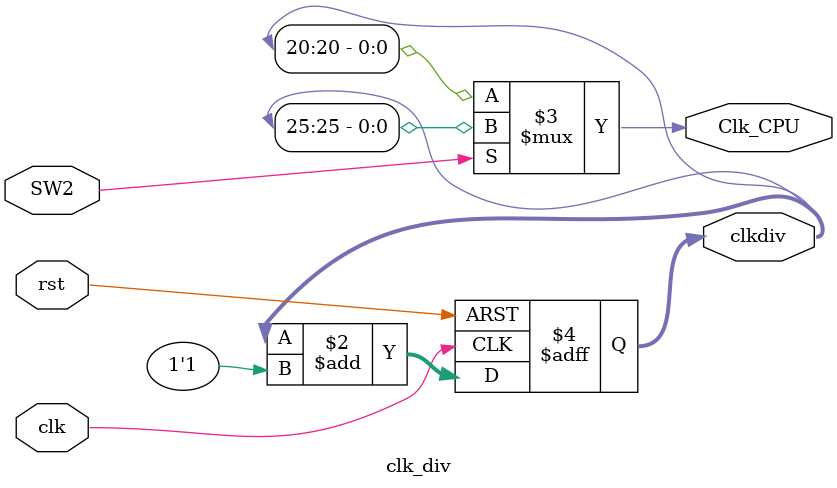
<source format=v>
`timescale 1ns / 1ps
module clk_div(input clk,
					input rst,
					input SW2,
					output reg[31:0]clkdiv,
					output Clk_CPU
					);
					
// Clock divider


	always @ (posedge clk or posedge rst) begin 
		if (rst) clkdiv <= 0; else clkdiv <= clkdiv + 1'b1; end
		
	assign Clk_CPU=(SW2)? clkdiv[25] : clkdiv[20];
		
endmodule

</source>
